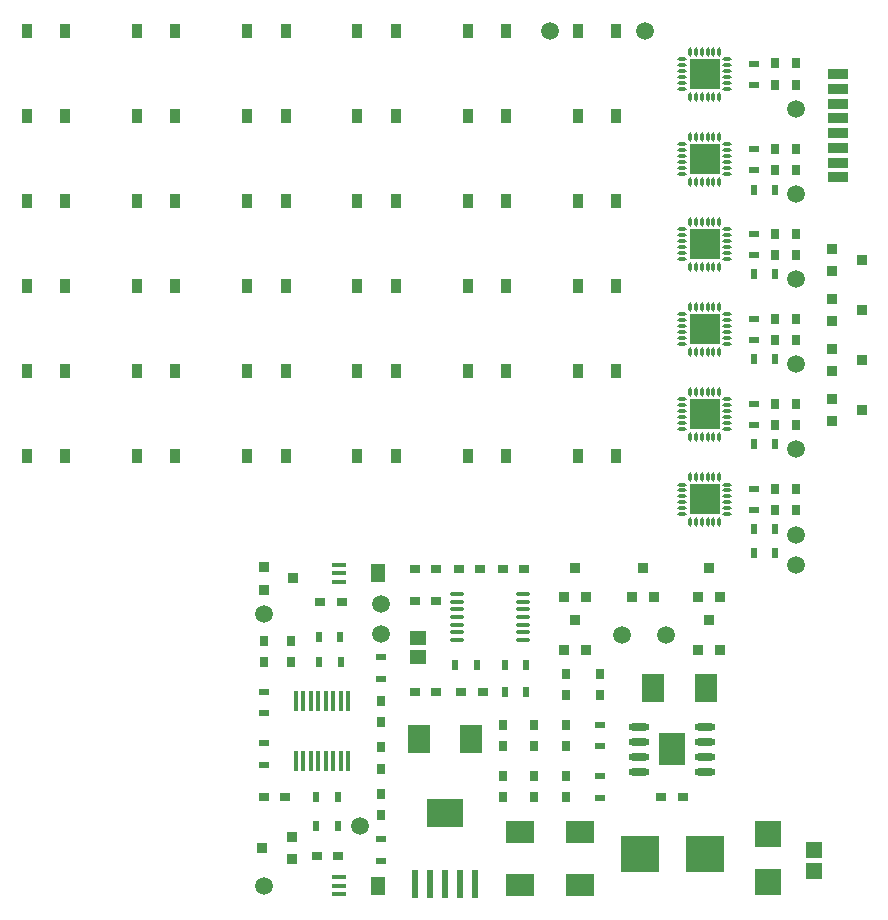
<source format=gbr>
G04*
G04 #@! TF.GenerationSoftware,Altium Limited,Altium Designer,24.1.2 (44)*
G04*
G04 Layer_Color=128*
%FSLAX44Y44*%
%MOMM*%
G71*
G04*
G04 #@! TF.SameCoordinates,AE1A08C2-C3D6-4CBA-8CC8-208B27F027D9*
G04*
G04*
G04 #@! TF.FilePolarity,Positive*
G04*
G01*
G75*
%ADD55R,1.4000X1.4000*%
%ADD56R,2.3000X2.2860*%
%ADD57R,0.6325X2.3455*%
%ADD58R,3.1725X2.3455*%
G04:AMPARAMS|DCode=59|XSize=0.2746mm|YSize=0.8048mm|CornerRadius=0.1373mm|HoleSize=0mm|Usage=FLASHONLY|Rotation=180.000|XOffset=0mm|YOffset=0mm|HoleType=Round|Shape=RoundedRectangle|*
%AMROUNDEDRECTD59*
21,1,0.2746,0.5302,0,0,180.0*
21,1,0.0000,0.8048,0,0,180.0*
1,1,0.2746,0.0000,0.2651*
1,1,0.2746,0.0000,0.2651*
1,1,0.2746,0.0000,-0.2651*
1,1,0.2746,0.0000,-0.2651*
%
%ADD59ROUNDEDRECTD59*%
G04:AMPARAMS|DCode=60|XSize=0.2746mm|YSize=0.8048mm|CornerRadius=0.1373mm|HoleSize=0mm|Usage=FLASHONLY|Rotation=90.000|XOffset=0mm|YOffset=0mm|HoleType=Round|Shape=RoundedRectangle|*
%AMROUNDEDRECTD60*
21,1,0.2746,0.5302,0,0,90.0*
21,1,0.0000,0.8048,0,0,90.0*
1,1,0.2746,0.2651,0.0000*
1,1,0.2746,0.2651,0.0000*
1,1,0.2746,-0.2651,0.0000*
1,1,0.2746,-0.2651,0.0000*
%
%ADD60ROUNDEDRECTD60*%
%ADD61R,2.5000X2.5000*%
%ADD63O,1.2500X0.3500*%
%ADD64R,3.3000X3.1500*%
%ADD65R,0.9000X0.8000*%
%ADD66R,0.6000X0.9000*%
%ADD67R,0.8000X0.9000*%
%ADD68R,0.9000X0.6000*%
%ADD69R,0.4000X1.8000*%
%ADD70R,1.4000X1.3000*%
%ADD71R,1.8796X2.3622*%
%ADD72R,0.9500X0.9000*%
%ADD73R,1.2700X0.4000*%
%ADD74R,1.2700X1.5500*%
%ADD75R,2.3622X1.8796*%
%ADD76R,0.9000X0.9500*%
%ADD77O,1.8000X0.6000*%
%ADD78R,2.3000X2.8000*%
%ADD79C,1.5000*%
%ADD80R,0.9100X1.2200*%
%ADD81R,1.7018X0.8128*%
%ADD86R,1.2700X0.3810*%
G36*
X671380Y414750D02*
X660130D01*
Y426000D01*
X671380D01*
Y414750D01*
D02*
G37*
G36*
X658130D02*
X646880D01*
Y426000D01*
X658130D01*
Y414750D01*
D02*
G37*
G36*
X671380Y356000D02*
X660130D01*
Y367250D01*
X671380D01*
Y356000D01*
D02*
G37*
G36*
X658130D02*
X646880D01*
Y367250D01*
X658130D01*
Y356000D01*
D02*
G37*
G36*
X671380Y342750D02*
X660130D01*
Y354000D01*
X671380D01*
Y342750D01*
D02*
G37*
G36*
X658130D02*
X646880D01*
Y354000D01*
X658130D01*
Y342750D01*
D02*
G37*
G36*
X671380Y500000D02*
X660130D01*
Y511250D01*
X671380D01*
Y500000D01*
D02*
G37*
G36*
X658130D02*
X646880D01*
Y511250D01*
X658130D01*
Y500000D01*
D02*
G37*
G36*
X671380Y486750D02*
X660130D01*
Y498000D01*
X671380D01*
Y486750D01*
D02*
G37*
G36*
X658130D02*
X646880D01*
Y498000D01*
X658130D01*
Y486750D01*
D02*
G37*
G36*
X671380Y428000D02*
X660130D01*
Y439250D01*
X671380D01*
Y428000D01*
D02*
G37*
G36*
X658130D02*
X646880D01*
Y439250D01*
X658130D01*
Y428000D01*
D02*
G37*
G36*
X671380Y630750D02*
X660130D01*
Y642000D01*
X671380D01*
Y630750D01*
D02*
G37*
G36*
X658130D02*
X646880D01*
Y642000D01*
X658130D01*
Y630750D01*
D02*
G37*
G36*
X671380Y572000D02*
X660130D01*
Y583250D01*
X671380D01*
Y572000D01*
D02*
G37*
G36*
X658130D02*
X646880D01*
Y583250D01*
X658130D01*
Y572000D01*
D02*
G37*
G36*
X671380Y558750D02*
X660130D01*
Y570000D01*
X671380D01*
Y558750D01*
D02*
G37*
G36*
X658130D02*
X646880D01*
Y570000D01*
X658130D01*
Y558750D01*
D02*
G37*
G36*
X671380Y716000D02*
X660130D01*
Y727250D01*
X671380D01*
Y716000D01*
D02*
G37*
G36*
X658130D02*
X646880D01*
Y727250D01*
X658130D01*
Y716000D01*
D02*
G37*
G36*
X671380Y702750D02*
X660130D01*
Y714000D01*
X671380D01*
Y702750D01*
D02*
G37*
G36*
X658130D02*
X646880D01*
Y714000D01*
X658130D01*
Y702750D01*
D02*
G37*
G36*
X671380Y644000D02*
X660130D01*
Y655250D01*
X671380D01*
Y644000D01*
D02*
G37*
G36*
X658130D02*
X646880D01*
Y655250D01*
X658130D01*
Y644000D01*
D02*
G37*
D55*
X751840Y40640D02*
D03*
Y57940D02*
D03*
D56*
X713170Y71700D02*
D03*
Y31060D02*
D03*
D57*
X464542Y29088D02*
D03*
X451842D02*
D03*
X439142D02*
D03*
X426442D02*
D03*
X413742D02*
D03*
D58*
X439142Y89294D02*
D03*
D59*
X671630Y695976D02*
D03*
X666630D02*
D03*
X661630D02*
D03*
X656630D02*
D03*
X651630D02*
D03*
X646630D02*
D03*
Y734024D02*
D03*
X651630D02*
D03*
X656630D02*
D03*
X661630D02*
D03*
X666630D02*
D03*
X671630D02*
D03*
Y518024D02*
D03*
X666630D02*
D03*
X661630D02*
D03*
X656630D02*
D03*
X651630D02*
D03*
X646630D02*
D03*
Y479976D02*
D03*
X651630D02*
D03*
X656630D02*
D03*
X661630D02*
D03*
X666630D02*
D03*
X671630D02*
D03*
Y623976D02*
D03*
X666630D02*
D03*
X661630D02*
D03*
X656630D02*
D03*
X651630D02*
D03*
X646630D02*
D03*
Y662024D02*
D03*
X651630D02*
D03*
X656630D02*
D03*
X661630D02*
D03*
X666630D02*
D03*
X671630D02*
D03*
Y446024D02*
D03*
X666630D02*
D03*
X661630D02*
D03*
X656630D02*
D03*
X651630D02*
D03*
X646630D02*
D03*
Y407976D02*
D03*
X651630D02*
D03*
X656630D02*
D03*
X661630D02*
D03*
X666630D02*
D03*
X671630D02*
D03*
Y335976D02*
D03*
X666630D02*
D03*
X661630D02*
D03*
X656630D02*
D03*
X651630D02*
D03*
X646630D02*
D03*
Y374024D02*
D03*
X651630D02*
D03*
X656630D02*
D03*
X661630D02*
D03*
X666630D02*
D03*
X671630D02*
D03*
Y590024D02*
D03*
X666630D02*
D03*
X661630D02*
D03*
X656630D02*
D03*
X651630D02*
D03*
X646630D02*
D03*
Y551976D02*
D03*
X651630D02*
D03*
X656630D02*
D03*
X661630D02*
D03*
X666630D02*
D03*
X671630D02*
D03*
D60*
X640106Y702500D02*
D03*
Y707500D02*
D03*
Y712500D02*
D03*
Y717500D02*
D03*
Y722500D02*
D03*
Y727500D02*
D03*
X678154D02*
D03*
Y722500D02*
D03*
Y717500D02*
D03*
Y712500D02*
D03*
Y707500D02*
D03*
Y702500D02*
D03*
Y486500D02*
D03*
Y491500D02*
D03*
Y496500D02*
D03*
Y501500D02*
D03*
Y506500D02*
D03*
Y511500D02*
D03*
X640106D02*
D03*
Y506500D02*
D03*
Y501500D02*
D03*
Y496500D02*
D03*
Y491500D02*
D03*
Y486500D02*
D03*
Y630500D02*
D03*
Y635500D02*
D03*
Y640500D02*
D03*
Y645500D02*
D03*
Y650500D02*
D03*
Y655500D02*
D03*
X678154D02*
D03*
Y650500D02*
D03*
Y645500D02*
D03*
Y640500D02*
D03*
Y635500D02*
D03*
Y630500D02*
D03*
Y414500D02*
D03*
Y419500D02*
D03*
Y424500D02*
D03*
Y429500D02*
D03*
Y434500D02*
D03*
Y439500D02*
D03*
X640106D02*
D03*
Y434500D02*
D03*
Y429500D02*
D03*
Y424500D02*
D03*
Y419500D02*
D03*
Y414500D02*
D03*
Y342500D02*
D03*
Y347500D02*
D03*
Y352500D02*
D03*
Y357500D02*
D03*
Y362500D02*
D03*
Y367500D02*
D03*
X678154D02*
D03*
Y362500D02*
D03*
Y357500D02*
D03*
Y352500D02*
D03*
Y347500D02*
D03*
Y342500D02*
D03*
Y558500D02*
D03*
Y563500D02*
D03*
Y568500D02*
D03*
Y573500D02*
D03*
Y578500D02*
D03*
Y583500D02*
D03*
X640106D02*
D03*
Y578500D02*
D03*
Y573500D02*
D03*
Y568500D02*
D03*
Y563500D02*
D03*
Y558500D02*
D03*
D61*
X659130Y715000D02*
D03*
Y499000D02*
D03*
Y643000D02*
D03*
Y427000D02*
D03*
Y355000D02*
D03*
Y571000D02*
D03*
D63*
X505770Y274770D02*
D03*
Y268270D02*
D03*
Y261770D02*
D03*
Y255270D02*
D03*
Y248770D02*
D03*
Y242270D02*
D03*
Y235770D02*
D03*
X449270Y274770D02*
D03*
Y268270D02*
D03*
Y261770D02*
D03*
Y255270D02*
D03*
Y248770D02*
D03*
Y242270D02*
D03*
Y235770D02*
D03*
D64*
X659130Y54610D02*
D03*
X604130D02*
D03*
D65*
X413910Y295888D02*
D03*
X431910D02*
D03*
Y269240D02*
D03*
X413910D02*
D03*
X351900Y267970D02*
D03*
X333900D02*
D03*
X413800Y191770D02*
D03*
X431800D02*
D03*
X453280D02*
D03*
X471280D02*
D03*
X286283Y102870D02*
D03*
X304283D02*
D03*
X330718Y53340D02*
D03*
X348718D02*
D03*
X622630Y102870D02*
D03*
X640630D02*
D03*
X451054Y295888D02*
D03*
X469054D02*
D03*
X488198D02*
D03*
X506198D02*
D03*
D66*
X332362Y238761D02*
D03*
X350521Y238760D02*
D03*
X350900Y217169D02*
D03*
X332741Y217170D02*
D03*
X447931Y214631D02*
D03*
X466090Y214630D02*
D03*
X489841Y214631D02*
D03*
X508000Y214630D02*
D03*
X489842Y191771D02*
D03*
X508001Y191770D02*
D03*
X330449Y102871D02*
D03*
X348608Y102870D02*
D03*
X330449Y78741D02*
D03*
X348608Y78740D02*
D03*
X718821Y309880D02*
D03*
X700662Y309881D02*
D03*
Y330201D02*
D03*
X718821Y330200D02*
D03*
X700662Y401956D02*
D03*
X718821Y401955D02*
D03*
X700662Y473711D02*
D03*
X718821Y473710D02*
D03*
X700662Y545466D02*
D03*
X718821Y545465D02*
D03*
X700662Y617221D02*
D03*
X718821Y617220D02*
D03*
D67*
X308610Y235060D02*
D03*
Y217060D02*
D03*
X285750D02*
D03*
Y235060D02*
D03*
X384810Y166260D02*
D03*
Y184260D02*
D03*
X488188Y163940D02*
D03*
Y145940D02*
D03*
X514858D02*
D03*
Y163940D02*
D03*
X488188Y120760D02*
D03*
Y102760D02*
D03*
X541528D02*
D03*
Y120760D02*
D03*
X514858Y102760D02*
D03*
Y120760D02*
D03*
X384810Y126890D02*
D03*
Y144890D02*
D03*
Y105520D02*
D03*
Y87520D02*
D03*
X541528Y189247D02*
D03*
Y207247D02*
D03*
X570230D02*
D03*
Y189247D02*
D03*
X541528Y145940D02*
D03*
Y163940D02*
D03*
X718820Y346000D02*
D03*
Y364000D02*
D03*
X736600D02*
D03*
Y346000D02*
D03*
X718820Y418000D02*
D03*
Y436000D02*
D03*
X736600D02*
D03*
Y418000D02*
D03*
X718820Y490000D02*
D03*
Y508000D02*
D03*
X736600D02*
D03*
Y490000D02*
D03*
X718820Y562000D02*
D03*
Y580000D02*
D03*
X736600D02*
D03*
Y562000D02*
D03*
X718820Y634000D02*
D03*
Y652000D02*
D03*
X736600Y634000D02*
D03*
Y652000D02*
D03*
X718820Y706000D02*
D03*
Y724000D02*
D03*
X736600D02*
D03*
Y706000D02*
D03*
D68*
X285751Y192148D02*
D03*
X285750Y173989D02*
D03*
X285749Y130432D02*
D03*
X285750Y148591D02*
D03*
X384811Y221358D02*
D03*
X384810Y203199D02*
D03*
X384817Y49152D02*
D03*
X384818Y67311D02*
D03*
X570229Y102491D02*
D03*
X570230Y120650D02*
D03*
X570231Y164209D02*
D03*
X570230Y146050D02*
D03*
X701039Y345733D02*
D03*
X701040Y363892D02*
D03*
X701039Y417733D02*
D03*
X701040Y435892D02*
D03*
X701039Y561733D02*
D03*
X701040Y579892D02*
D03*
X701039Y633733D02*
D03*
X701040Y651892D02*
D03*
X701039Y705733D02*
D03*
X701040Y723892D02*
D03*
Y507892D02*
D03*
X701039Y489733D02*
D03*
D69*
X357505Y184277D02*
D03*
X351155D02*
D03*
X344805D02*
D03*
X338455D02*
D03*
X332105D02*
D03*
X325755D02*
D03*
X319405D02*
D03*
X313055D02*
D03*
Y133223D02*
D03*
X319405D02*
D03*
X325755D02*
D03*
X332105D02*
D03*
X338455D02*
D03*
X344805D02*
D03*
X351155D02*
D03*
X357505D02*
D03*
D70*
X416167Y221870D02*
D03*
Y237870D02*
D03*
D71*
X461772Y152273D02*
D03*
X417068D02*
D03*
X615370Y195580D02*
D03*
X660074D02*
D03*
D72*
X309666Y69190D02*
D03*
X284666Y59690D02*
D03*
X309666Y50190D02*
D03*
X767280Y548030D02*
D03*
X792280Y557530D02*
D03*
X767280Y567030D02*
D03*
Y505697D02*
D03*
X792280Y515197D02*
D03*
X767280Y524697D02*
D03*
Y463363D02*
D03*
X792280Y472863D02*
D03*
X767280Y482363D02*
D03*
Y421030D02*
D03*
X792280Y430530D02*
D03*
X767280Y440030D02*
D03*
X285750Y297485D02*
D03*
X310750Y287985D02*
D03*
X285750Y278485D02*
D03*
D73*
X349377Y27647D02*
D03*
X349369Y292205D02*
D03*
D74*
X382397Y27647D02*
D03*
X382389Y292205D02*
D03*
D75*
X502920Y73152D02*
D03*
Y28448D02*
D03*
X553720Y73240D02*
D03*
Y28536D02*
D03*
D76*
X558931Y227530D02*
D03*
X549431Y252530D02*
D03*
X539931Y227530D02*
D03*
X672440D02*
D03*
X662940Y252530D02*
D03*
X653440Y227530D02*
D03*
Y271980D02*
D03*
X662940Y296980D02*
D03*
X672440Y271980D02*
D03*
X597320D02*
D03*
X606820Y296980D02*
D03*
X616320Y271980D02*
D03*
X539931D02*
D03*
X549431Y296980D02*
D03*
X558931Y271980D02*
D03*
D77*
X603380Y124460D02*
D03*
Y137160D02*
D03*
Y149860D02*
D03*
Y162560D02*
D03*
X659880Y124460D02*
D03*
Y137160D02*
D03*
Y149860D02*
D03*
Y162560D02*
D03*
D78*
X631630Y143510D02*
D03*
D79*
X736600Y299720D02*
D03*
X608330Y751840D02*
D03*
X528320D02*
D03*
X384810Y241300D02*
D03*
X285750Y27774D02*
D03*
X736600Y613410D02*
D03*
Y397192D02*
D03*
X589280Y240030D02*
D03*
X626110D02*
D03*
X736600Y469265D02*
D03*
X285750Y257810D02*
D03*
X384810Y266700D02*
D03*
X367030Y78740D02*
D03*
X736600Y685800D02*
D03*
Y541338D02*
D03*
Y325120D02*
D03*
D80*
X458410Y391840D02*
D03*
X491110D02*
D03*
X551750D02*
D03*
X584450D02*
D03*
X551750Y463840D02*
D03*
X584450D02*
D03*
X458410D02*
D03*
X491110D02*
D03*
X458410Y535840D02*
D03*
X491110D02*
D03*
X551750D02*
D03*
X584450D02*
D03*
X551750Y607840D02*
D03*
X584450D02*
D03*
X458410D02*
D03*
X491110D02*
D03*
X365070D02*
D03*
X397770D02*
D03*
X365070Y535840D02*
D03*
X397770D02*
D03*
X365070Y463840D02*
D03*
X397770D02*
D03*
X365070Y391840D02*
D03*
X397770D02*
D03*
X271730D02*
D03*
X304430D02*
D03*
X271730Y463840D02*
D03*
X304430D02*
D03*
X271730Y535840D02*
D03*
X304430D02*
D03*
X178390Y607840D02*
D03*
X211090D02*
D03*
X271730D02*
D03*
X304430D02*
D03*
X178390Y535840D02*
D03*
X211090D02*
D03*
X178390Y463840D02*
D03*
X211090D02*
D03*
X178390Y391840D02*
D03*
X211090D02*
D03*
X85050D02*
D03*
X117750D02*
D03*
X85050Y463840D02*
D03*
X117750D02*
D03*
X85050Y535840D02*
D03*
X117750D02*
D03*
X85050Y607840D02*
D03*
X117750D02*
D03*
X85050Y679840D02*
D03*
X117750D02*
D03*
X178390D02*
D03*
X211090D02*
D03*
X271730D02*
D03*
X304430D02*
D03*
X365070D02*
D03*
X397770D02*
D03*
X458410D02*
D03*
X491110D02*
D03*
X551750D02*
D03*
X584450D02*
D03*
X551750Y751840D02*
D03*
X584450D02*
D03*
X458410D02*
D03*
X491110D02*
D03*
X365070D02*
D03*
X397770D02*
D03*
X271730D02*
D03*
X304430D02*
D03*
X178390D02*
D03*
X211090D02*
D03*
X85050D02*
D03*
X117750D02*
D03*
D81*
X772160Y715080D02*
D03*
Y702580D02*
D03*
Y690080D02*
D03*
Y677580D02*
D03*
Y665080D02*
D03*
Y652580D02*
D03*
Y640080D02*
D03*
Y627580D02*
D03*
D86*
X349250Y34925D02*
D03*
Y20955D02*
D03*
Y299085D02*
D03*
Y285115D02*
D03*
M02*

</source>
